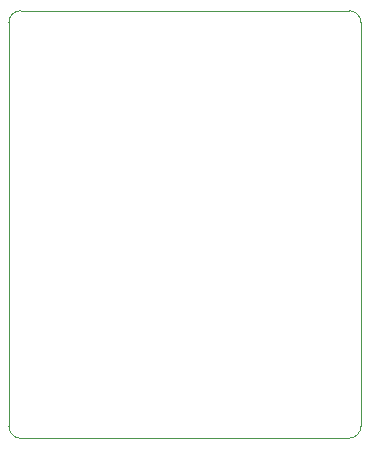
<source format=gm1>
G04 #@! TF.FileFunction,Profile,NP*
%FSLAX46Y46*%
G04 Gerber Fmt 4.6, Leading zero omitted, Abs format (unit mm)*
G04 Created by KiCad (PCBNEW 4.0.2-stable) date 22.05.2016 21:35:43*
%MOMM*%
G01*
G04 APERTURE LIST*
%ADD10C,0.100000*%
%ADD11C,0.010000*%
G04 APERTURE END LIST*
D10*
D11*
X197400000Y-92800000D02*
X197400000Y-58600000D01*
X168600000Y-93800000D02*
X196400000Y-93800000D01*
X167600000Y-58600000D02*
X167600000Y-92800000D01*
X196400000Y-57600000D02*
X168600000Y-57600000D01*
X197400000Y-58600000D02*
G75*
G03X196400000Y-57600000I-1000000J0D01*
G01*
X196400000Y-93800000D02*
G75*
G03X197400000Y-92800000I0J1000000D01*
G01*
X167600000Y-92800000D02*
G75*
G03X168600000Y-93800000I1000000J0D01*
G01*
X168600000Y-57600000D02*
G75*
G03X167600000Y-58600000I0J-1000000D01*
G01*
M02*

</source>
